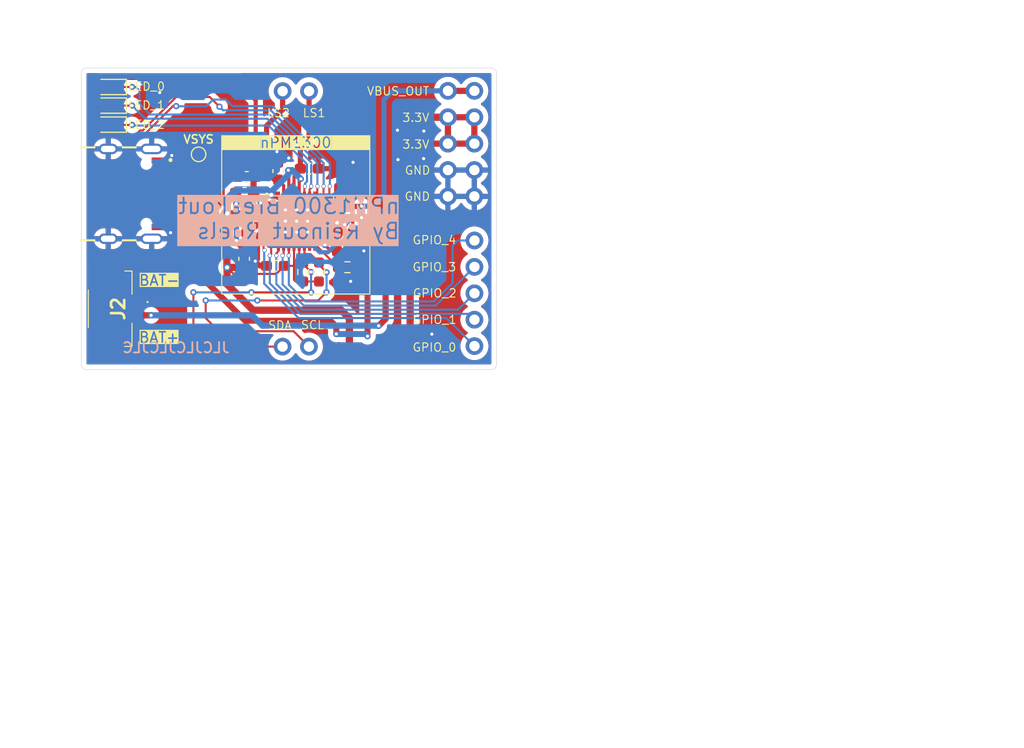
<source format=kicad_pcb>
(kicad_pcb (version 20240108) (generator "pcbnew") (generator_version "8.0")
  (layers (0 "F.Cu" signal) (31 "B.Cu" signal) (34 "B.Paste" user) (35 "F.Paste" user) (36 "B.SilkS" user "B.Silkscreen") (37 "F.SilkS" user "F.Silkscreen") (38 "B.Mask" user) (39 "F.Mask" user) (44 "Edge.Cuts" user))
  (net 0 "")
  (net 1 "GND")
  (net 2 "VBUS")
  (net 3 "BAT+")
  (net 4 "+3.3V")
  (net 5 "PVSS2")
  (net 6 "VBUSOUT")
  (net 7 "LS2")
  (net 8 "LS1")
  (net 9 "VSYS")
  (net 10 "LED0")
  (net 11 "LED1")
  (net 12 "LED2")
  (net 13 "GPIO0")
  (net 14 "GPIO4")
  (net 15 "GPIO1")
  (net 16 "GPIO3")
  (net 17 "GPIO2")
  (net 18 "SDA")
  (net 19 "SCL")
  (net 20 "Net-(IC1-SW2)")
  (net 21 "Net-(IC1-VSET2)")
  (net 23 "USB_CC2")
  (net 25 "USB_CC1")
  (footprint "Resistor_SMD:R_0603_1608Metric_Pad0.98x0.95mm_HandSolder" (layer "F.Cu") (at 117.47 79.3625 90)
    (property "Reference" "R2" (hide yes))
    (property "Value" "10K" (hide yes))
  )
  (footprint "Connector_PinHeader_2.54mm:PinHeader_2x05_P2.54mm_Vertical" (layer "F.Cu") (at 131.39 61.93)
    (property "Reference" "J5" (hide yes))
    (property "Value" "Conn_01x03" (hide yes))
  )
  (footprint "NetTie:NetTie-2_SMD_Pad0.5mm" (layer "F.Cu") (at 113.06 77 90)
    (property "Reference" "NT1" (hide yes))
    (property "Value" "NetTie_2" (hide yes))
  )
  (footprint "LED_SMD:LED_0603_1608Metric_Pad1.05x0.95mm_HandSolder" (layer "F.Cu") (at 98.7925 65.18 180)
    (property "Reference" "D6" (hide yes))
    (property "Value" "LED" (hide yes))
  )
  (footprint "Capacitor_SMD:C_0603_1608Metric_Pad1.08x0.95mm_HandSolder" (layer "F.Cu") (at 120.71 76.47 -90)
    (property "Reference" "C2" (hide yes))
    (property "Value" "2.2uF" (hide yes))
  )
  (footprint "LED_SMD:LED_0603_1608Metric_Pad1.05x0.95mm_HandSolder" (layer "F.Cu") (at 98.795 63.35 180)
    (property "Reference" "D5" (hide yes))
    (property "Value" "LED" (hide yes))
  )
  (footprint "Inductor_SMD:L_0805_2012Metric_Pad1.05x1.20mm_HandSolder" (layer "F.Cu") (at 112.12 74.46 -90)
    (property "Reference" "L1" (hide yes))
    (property "Value" "2.2uH" (hide yes))
  )
  (footprint "TestPoint:TestPoint_Pad_D1.0mm" (layer "F.Cu") (at 107.4 68.04)
    (property "Reference" "VSYS")
    (property "Value" "TestPoint" (hide yes))
  )
  (footprint "Capacitor_SMD:C_0603_1608Metric_Pad1.08x0.95mm_HandSolder" (layer "F.Cu") (at 118.0525 69.42 180)
    (property "Reference" "C6" (hide yes))
    (property "Value" "1uF" (hide yes))
  )
  (footprint "nPM1300:QFN50P500X500X90-33N" (layer "F.Cu") (at 116.83 74.47)
    (property "Reference" "IC1" (hide yes))
    (property "Value" "NPM1300-QEAA-R" (hide yes))
  )
  (footprint "Capacitor_SMD:C_0603_1608Metric_Pad1.08x0.95mm_HandSolder" (layer "F.Cu") (at 115.06 69.6525 90)
    (property "Reference" "C5" (hide yes))
    (property "Value" "1uF" (hide yes))
  )
  (footprint "Connector_PinHeader_2.54mm:PinHeader_1x02_P2.54mm_Vertical" (layer "F.Cu") (at 115.47525 86.54 90)
    (property "Reference" "J6" (hide yes))
    (property "Value" "Conn_01x02" (hide yes))
  )
  (footprint "Capacitor_SMD:C_0603_1608Metric_Pad1.08x0.95mm_HandSolder" (layer "F.Cu") (at 111.82 71.74)
    (property "Reference" "C8" (hide yes))
    (property "Value" "10uF" (hide yes))
  )
  (footprint "Resistor_SMD:R_0603_1608Metric_Pad0.98x0.95mm_HandSolder" (layer "F.Cu") (at 121.7225 78.9)
    (property "Reference" "R1" (hide yes))
    (property "Value" "300K" (hide yes))
  )
  (footprint "Resistor_SMD:R_0603_1608Metric_Pad0.98x0.95mm_HandSolder" (layer "F.Cu") (at 118.98 79.3625 90)
    (property "Reference" "R3" (hide yes))
    (property "Value" "10K" (hide yes))
  )
  (footprint "53261-0271:532610271" (layer "F.Cu") (at 99.09 82.895 90)
    (property "Reference" "J2")
    (property "Value" "53261-0271" (hide yes))
  )
  (footprint "Capacitor_SMD:C_0603_1608Metric_Pad1.08x0.95mm_HandSolder" (layer "F.Cu") (at 111.78 78.09 90)
    (property "Reference" "C3" (hide yes))
    (property "Value" "10uF" (hide yes))
  )
  (footprint "Capacitor_SMD:C_0603_1608Metric_Pad1.08x0.95mm_HandSolder" (layer "F.Cu") (at 122.23 76.4725 -90)
    (property "Reference" "C1" (hide yes))
    (property "Value" "1uF" (hide yes))
  )
  (footprint "Connector_PinHeader_2.54mm:PinHeader_1x02_P2.54mm_Vertical" (layer "F.Cu") (at 118.02525 61.96 -90)
    (property "Reference" "J4" (hide yes))
    (property "Value" "Conn_01x02" (hide yes))
  )
  (footprint "LED_SMD:LED_0603_1608Metric_Pad1.05x0.95mm_HandSolder" (layer "F.Cu") (at 98.795 61.56 180)
    (property "Reference" "D4" (hide yes))
    (property "Value" "LED" (hide yes))
  )
  (footprint "Capacitor_SMD:C_0603_1608Metric_Pad1.08x0.95mm_HandSolder" (layer "F.Cu") (at 120.91 72.19 -90)
    (property "Reference" "C4" (hide yes))
    (property "Value" "1uF" (hide yes))
  )
  (footprint "Connector_PinHeader_2.54mm:PinHeader_1x05_P2.54mm_Vertical" (layer "F.Cu") (at 133.94 86.49 180)
    (property "Reference" "J3" (hide yes))
    (property "Value" "Conn_01x05" (hide yes))
  )
  (footprint "Capacitor_SMD:C_0603_1608Metric_Pad1.08x0.95mm_HandSolder" (layer "F.Cu") (at 114.78 78.77 180)
    (property "Reference" "C9" (hide yes))
    (property "Value" "100nF" (hide yes))
  )
  (footprint "USB4105-GF-A:GCT_USB4105-GF-A" (layer "F.Cu") (at 98.7 71.84 -90)
    (property "Reference" "J1" (hide yes))
    (property "Value" "USB4105-GF-A" (hide yes))
  )
  (footprint "Capacitor_SMD:C_0603_1608Metric_Pad1.08x0.95mm_HandSolder" (layer "F.Cu") (at 112.03 70.21 180)
    (property "Reference" "C7" (hide yes))
    (property "Value" "10uF" (hide yes))
  )
  (gr_poly (pts (xy 114.94 72.36) (xy 114.41174 72.286337) (xy 114.414223 71.592213) (xy 114.94 71.62)) (stroke (width 0.001)) (fill solid) (layer "F.Cu") (net 4))
  (gr_poly (pts (xy 118.880176 76.368998) (xy 118.82 76.34) (xy 118.81 76.33) (xy 118.88 76.35)) (stroke (width 0.002)) (fill solid) (layer "F.Cu") (net 1))
  (gr_poly (pts (xy 121.17 75.97) (xy 121.63 75.04) (xy 121.62 74.62) (xy 121.24 74.63) (xy 121.18 74.86) (xy 120.8 75.11)) (stroke (width 0.001)) (fill solid) (layer "F.Cu") (net 3))
  (gr_poly (pts (xy 113.511294 74.367374) (xy 113.18 74.36) (xy 113.12 74.21) (xy 113.12 74.01) (xy 113.52 74.16)) (stroke (width 0.002)) (fill solid) (layer "F.Cu") (net 9))
  (gr_poly (pts (xy 114.81 72.34) (xy 114.93 72.42) (xy 114.93 72.35)) (stroke (width 0.001)) (fill solid) (layer "F.Cu") (net 4))
  (gr_poly (pts (xy 113.488992 74.367374) (xy 114.00936 74.368096) (xy 113.999331 74.072453) (xy 113.974168 74.071773) (xy 113.76 74.07) (xy 113.56 73.73)) (stroke (width 0.002)) (fill solid) (layer "F.Cu") (net 9))
  (gr_poly (pts (xy 118.89385 76.365322) (xy 119.67 76.36) (xy 119.67 75.58) (xy 118.58 75.58) (xy 118.58 76.25)) (stroke (width 0.002)) (fill solid) (layer "F.Cu") (net 1))
  (gr_poly (pts (xy 120.029189 75.071891) (xy 120.479285 75.071304) (xy 120.24 75.76) (xy 119.76 75.37)) (stroke (width 0.001)) (fill solid) (layer "F.Cu") (net 3))
  (gr_poly (pts (xy 113.53 74.86) (xy 112.67 75.45) (xy 111.7 75.11) (xy 112.62 74.57) (xy 113.56 74.58)) (stroke (width 0.001)) (fill solid) (layer "F.Cu") (net 20))
  (gr_poly (pts (xy 113.31 76.5) (xy 113.3 75.86) (xy 113.78 75.36) (xy 113.714964 75.075155) (xy 113.68 75.078239) (xy 112.99 75.59) (xy 112.9 76.05) (xy 112.81 76.5)) (stroke (width 0.001)) (fill solid) (layer "F.Cu") (net 5))
  (gr_poly (pts (xy 112.70728 76.287459) (xy 112.91 76.1) (xy 112.89 76.28)) (stroke (width 0.001)) (fill solid) (layer "F.Cu") (net 5))
  (gr_rect (start 120.155 66.2) (end 123.925 67.58) (stroke (width 0.001)) (fill solid) (layer "F.SilkS"))
  (gr_rect (start 109.625 67.58) (end 123.875 81.48) (stroke (width 0.1)) (fill none) (layer "F.SilkS"))
  (gr_rect (start 109.575871 66.2) (end 113.38 67.58) (stroke (width 0.001)) (fill solid) (layer "F.SilkS"))
  (gr_arc (start 136.07 88.26) (mid 135.923553 88.613553) (end 135.57 88.76) (stroke (width 0.05)) (layer "Edge.Cuts"))
  (gr_line (start 96.11 88.26) (end 96.11 60.23) (stroke (width 0.05)) (layer "Edge.Cuts"))
  (gr_line (start 96.61 59.73) (end 135.57 59.73) (stroke (width 0.05)) (layer "Edge.Cuts"))
  (gr_line (start 136.07 60.23) (end 136.07 88.26) (stroke (width 0.05)) (layer "Edge.Cuts"))
  (gr_arc (start 96.11 60.23) (mid 96.256447 59.876447) (end 96.61 59.73) (stroke (width 0.05)) (layer "Edge.Cuts"))
  (gr_arc (start 135.57 59.73) (mid 135.923553 59.876447) (end 136.07 60.23) (stroke (width 0.05)) (layer "Edge.Cuts"))
  (gr_line (start 135.57 88.76) (end 96.61 88.76) (stroke (width 0.05)) (layer "Edge.Cuts"))
  (gr_arc (start 96.61 88.76) (mid 96.256447 88.613553) (end 96.11 88.26) (stroke (width 0.05)) (layer "Edge.Cuts"))
  (gr_text "nPM1300 Breakout\nBy Reinout Roels" (at 126.864107 76.308396 0) (layer "B.SilkS" knockout) (effects (font (size 1.5 1.5) (thickness 0.1875)) (justify left bottom mirror)))
  (gr_text "JLCJLCJLCJLC" (at 110.48 87.23 0) (layer "B.SilkS") (effects (font (size 1 1) (thickness 0.17) (bold yes)) (justify left bottom mirror)))
  (gr_text "GPIO_1\n\n" (at 127.96 85.7 0) (layer "F.SilkS") (effects (font (size 0.8 0.8) (thickness 0.1)) (justify left bottom)))
  (gr_text "BAT+\n" (at 101.57 86.24 0) (layer "F.SilkS" knockout) (effects (font (size 1 1)) (justify left bottom)))
  (gr_text "LED_0" (at 100.55 61.98 0) (layer "F.SilkS") (effects (font (size 0.8 0.8) (thickness 0.1)) (justify left bottom)))
  (gr_text "BAT-\n" (at 101.58 80.75 0) (layer "F.SilkS" knockout) (effects (font (size 1 1)) (justify left bottom)))
  (gr_text "SCL" (at 117.19 84.93 0) (layer "F.SilkS") (effects (font (size 0.8 0.8) (thickness 0.1)) (justify left bottom)))
  (gr_text "GND" (at 127.16 72.56 0) (layer "F.SilkS") (effects (font (size 0.8 0.8) (thickness 0.1)) (justify left bottom)))
  (gr_text "SDA\n" (at 114.03 84.95 0) (layer "F.SilkS") (effects (font (size 0.8 0.8) (thickness 0.1)) (justify left bottom)))
  (gr_text "GPIO_2\n\n\n" (at 127.96 84.45 0) (layer "F.SilkS") (effects (font (size 0.8 0.8) (thickness 0.1)) (justify left bottom)))
  (gr_text "GPIO_0\n" (at 127.93 87.08 0) (layer "F.SilkS") (effects (font (size 0.8 0.8) (thickness 0.1)) (justify left bottom)))
  (gr_text "GPIO_3\n\n\n" (at 127.92 81.93 0) (layer "F.SilkS") (effects (font (size 0.8 0.8) (thickness 0.1)) (justify left bottom)))
  (gr_text "LS2\n" (at 113.93 64.53 0) (layer "F.SilkS") (effects (font (size 0.8 0.8) (thickness 0.1)) (justify left bottom)))
  (gr_text "LS1\n" (at 117.36 64.53 0) (layer "F.SilkS") (effects (font (size 0.8 0.8) (thickness 0.1)) (justify left bottom)))
  (gr_text "nPM1300" (at 113.233929 67.5 0) (layer "F.SilkS" knockout) (effects (font (size 1 1) (thickness 0.125)) (justify left bottom)))
  (gr_text "3.3V" (at 126.94 67.55 0) (layer "F.SilkS") (effects (font (size 0.8 0.8) (thickness 0.1)) (justify left bottom)))
  (gr_text "3.3V" (at 126.94 64.98 0) (layer "F.SilkS") (effects (font (size 0.8 0.8) (thickness 0.1)) (justify left bottom)))
  (gr_text "VBUS_OUT" (at 123.54 62.43 0) (layer "F.SilkS") (effects (font (size 0.8 0.8) (thickness 0.1)) (justify left bottom)))
  (gr_text "LED_1" (at 100.55 63.79 0) (layer "F.SilkS") (effects (font (size 0.8 0.8) (thickness 0.1)) (justify left bottom)))
  (gr_text "GPIO_4\n\n" (at 127.93 78.04 0) (layer "F.SilkS") (effects (font (size 0.8 0.8) (thickness 0.1)) (justify left bottom)))
  (gr_text "LED_2" (at 100.55 65.65 0) (layer "F.SilkS") (effects (font (size 0.8 0.8) (thickness 0.1)) (justify left bottom)))
  (gr_text "GND" (at 127.18 70.05 0) (layer "F.SilkS") (effects (font (size 0.8 0.8) (thickness 0.1)) (justify left bottom)))
  (segment (start 112.85 78.32) (end 112.77 78.4) (width 0.2) (layer "F.Cu") (net 1))
  (segment (start 114.38 73.22) (end 115.58 73.22) (width 0.3) (layer "F.Cu") (net 1))
  (segment (start 115.06 68.79) (end 115.68 68.79) (width 0.2) (layer "F.Cu") (net 1))
  (segment (start 113.06 77.5) (end 113.06 78.11) (width 0.5) (layer "F.Cu") (net 1))
  (segment (start 113.06 78.11) (end 112.85 78.32) (width 0.5) (layer "F.Cu") (net 1))
  (segment (start 115.68 68.79) (end 116.07 68.4) (width 0.2) (layer "F.Cu") (net 1))
  (segment (start 113.3 78.77) (end 112.85 78.32) (width 0.5) (layer "F.Cu") (net 1))
  (segment (start 119.55 76.41) (end 119.55 76.76) (width 0.3) (layer "F.Cu") (net 1))
  (segment (start 119.28 76.22) (end 119.36 76.22) (width 0.2) (layer "F.Cu") (net 1))
  (segment (start 103.455 75.04) (end 104.16 75.04) (width 0.5) (layer "F.Cu") (net 1))
  (segment (start 122.635 78.9) (end 122.635 78.825) (width 0.2) (layer "F.Cu") (net 1))
  (segment (start 120.71 77.3325) (end 122.2275 77.3325) (width 0.5) (layer "F.Cu") (net 1))
  (segment (start 120.71 77.3325) (end 120.1225 77.3325) (width 0.3) (layer "F.Cu") (net 1))
  (segment (start 114.94 68.67) (end 115.06 68.79) (width 0.2) (layer "F.Cu") (net 1))
  (segment (start 123.295 77.335) (end 123.3 77.33) (width 0.2) (layer "F.Cu") (net 1))
  (segment (start 114.94 67.78) (end 114.94 68.67) (width 0.5) (layer "F.Cu") (net 1))
  (segment (start 120.1225 77.3325) (end 119.55 76.76) (width 0.3) (layer "F.Cu") (net 1))
  (segment (start 103.455 68.64) (end 104.33 68.64) (width 0.5) (layer "F.Cu") (net 1))
  (segment (start 120.73 77.5025) (end 120.94 77.5025) (width 0.2) (layer "F.Cu") (net 1))
  (segment (start 117.09 74.47) (end 116.83 74.47) (width 0.2) (layer "F.Cu") (net 1))
  (segment (start 122.23 77.335) (end 123.295 77.335) (width 0.5) (layer "F.Cu") (net 1))
  (segment (start 104.16 75.04) (end 104.7 75.58) (width 0.5) (layer "F.Cu") (net 1))
  (segment (start 113.9175 78.77) (end 113.3 78.77) (width 0.5) (layer "F.Cu") (net 1))
  (segment (start 119.36 76.22) (end 119.55 76.41) (width 0.2) (layer "F.Cu") (net 1))
  (segment (start 122.635 78.825) (end 123.295 78.165) (width 0.2) (layer "F.Cu") (net 1))
  (segment (start 122.2275 77.3325) (end 122.23 77.335) (width 0.3) (layer "F.Cu") (net 1))
  (segment (start 104.33 68.64) (end 104.82 68.15) (width 0.5) (layer "F.Cu") (net 1))
  (segment (start 123.295 78.165) (end 123.295 77.335) (width 0.2) (layer "F.Cu") (net 1))
  (via (at 129.84 85.34) (size 0.6) (drill 0.3) (layers "F.Cu" "B.Cu") (net 1))
  (via (at 117.89 73.39) (size 0.6) (drill 0.3) (layers "F.Cu" "B.Cu") (net 1))
  (via (at 122.26 68.81) (size 0.6) (drill 0.3) (layers "F.Cu" "B.Cu") (net 1))
  (via (at 122.03 80.26) (size 0.6) (drill 0.3) (layers "F.Cu" "B.Cu") (net 1))
  (via (at 104.82 68.15) (size 0.6) (drill 0.3) (layers "F.Cu" "B.Cu") (net 1))
  (via (at 129.05 68.45) (size 0.6) (drill 0.3) (layers "F.Cu" "B.Cu") (net 1))
  (via (at 116.83 74.47) (size 0.6) (drill 0.3) (layers "F.Cu" "B.Cu") (net 1))
  (via (at 119.55 76.76) (size 0.6) (drill 0.3) (layers "F.Cu" "B.Cu") (net 1))
  (via (at 116.83 75.53) (size 0.6) (drill 0.3) (layers "F.Cu" "B.Cu") (net 1))
  (via (at 126.53 65.72) (size 0.6) (drill 0.3) (layers "F.Cu" "B.Cu") (net 1))
  (via (at 117.89 74.48) (size 0.6) (drill 0.3) (layers "F.Cu" "B.Cu") (net 1))
  (via (at 126.58 68.55) (size 0.6) (drill 0.3) (layers "F.Cu" "B.Cu") (net 1))
  (via (at 117.89 75.53) (size 0.6) (drill 0.3) (layers "F.Cu" "B.Cu") (net 1))
  (via (at 123.3 77.33) (size 0.6) (drill 0.3) (layers "F.Cu" "B.Cu") (net 1))
  (via (at 104.7 75.58) (size 0.6) (drill 0.3) (layers "F.Cu" "B.Cu") (net 1))
  (via (at 116.07 68.4) (size 0.6) (drill 0.3) (layers "F.Cu" "B.Cu") (net 1))
  (via (at 103.66 62.09) (size 0.6) (drill 0.3) (layers "F.Cu" "B.Cu") (net 1))
  (via (at 114.94 67.78) (size 0.6) (drill 0.3) (layers "F.Cu" "B.Cu") (net 1))
  (via (at 115.75 75.52) (size 0.6) (drill 0.3) (layers "F.Cu" "B.Cu") (net 1))
  (via (at 129.07 65.8) (size 0.6) (drill 0.3) (layers "F.Cu" "B.Cu") (net 1))
  (via (at 116.83 73.39) (size 0.6) (drill 0.3) (layers "F.Cu" "B.Cu") (net 1))
  (via (at 115.75 73.39) (size 0.6) (drill 0.3) (layers "F.Cu" "B.Cu") (net 1))
  (via (at 112.85 78.32) (size 0.6) (drill 0.3) (layers "F.Cu" "B.Cu") (net 1))
  (via (at 115.75 74.47) (size 0.6) (drill 0.3) (layers "F.Cu" "B.Cu") (net 1))
  (segment (start 106.09 75.22) (end 105.11 74.24) (width 0.58) (layer "F.Cu") (net 2))
  (segment (start 119.28 74.22) (end 120.273502 74.22) (width 0.3) (layer "F.Cu") (net 2))
  (segment (start 123.65 85.54) (end 123.65 81.51) (width 0.58) (layer "F.Cu") (net 2))
  (segment (start 120.09 84.05) (end 111.88 84.05) (width 0.58) (layer "F.Cu") (net 2))
  (segment (start 120.65 85.33) (end 120.65 84.61) (width 0.58) (layer "F.Cu") (net 2))
  (segment (start 122.23 74.39) (end 122.23 75.61) (width 0.3) (layer "F.Cu") (net 2))
  (segment (start 124.11 81.05) (end 124.11 76.23) (width 0.58) (layer "F.Cu") (net 2))
  (segment (start 123.46 75.61) (end 122.23 75.61) (width 0.58) (layer "F.Cu") (net 2))
  (segment (start 106.09 70.59) (end 106.09 75.22) (width 0.58) (layer "F.Cu") (net 2))
  (segment (start 120.65 84.61) (end 120.09 84.05) (width 0.58) (layer "F.Cu") (net 2))
  (segment (start 105.11 74.24) (end 103.455 74.24) (width 0.58) (layer "F.Cu") (net 2))
  (segment (start 104.94 69.44) (end 106.09 70.59) (width 0.58) (layer "F.Cu") (net 2))
  (segment (start 120.273502 74.22) (end 120.553502 73.94) (width 0.3) (layer "F.Cu") (net 2))
  (segment (start 121.78 73.94) (end 122.23 74.39) (width 0.3) (layer "F.Cu") (net 2))
  (segment (start 123.65 81.51) (end 124.11 81.05) (width 0.58) (layer "F.Cu") (net 2))
  (segment (start 124.11 76.23) (end 124.08 76.23) (width 0.58) (layer "F.Cu") (net 2))
  (segment (start 111.88 84.05) (end 106.09 78.26) (width 0.58) (layer "F.Cu") (net 2))
  (segment (start 103.455 69.44) (end 104.94 69.44) (width 0.58) (layer "F.Cu") (net 2))
  (segment (start 106.09 78.26) (end 106.09 78.08) (width 0.58) (layer "F.Cu") (net 2))
  (segment (start 124.08 76.23) (end 123.46 75.61) (width 0.58) (layer "F.Cu") (net 2))
  (segment (start 120.553502 73.94) (end 121.78 73.94) (width 0.3) (layer "F.Cu") (net 2))
  (segment (start 106.09 75.22) (end 106.09 78.08) (width 0.58) (layer "F.Cu") (net 2))
  (via (at 120.65 85.33) (size 0.6) (drill 0.3) (layers "F.Cu" "B.Cu") (net 2))
  (via (at 123.65 85.54) (size 0.6) (drill 0.3) (layers "F.Cu" "B.Cu") (net 2))
  (segment (start 120.65 85.33) (end 123.44 85.33) (width 0.58) (layer "B.Cu") (net 2))
  (segment (start 123.44 85.33) (end 123.65 85.54) (width 0.58) (layer "B.Cu") (net 2))
  (segment (start 125.39 74.51) (end 125.01 74.13) (width 0.6) (layer "F.Cu") (net 3))
  (segment (start 121.451664 74.802036) (end 121.451664 74.968336) (width 0.2) (layer "F.Cu") (net 3))
  (segment (start 120.09 75.22) (end 120.4775 75.6075) (width 0.3) (layer "F.Cu") (net 3))
  (segment (start 125.39 83.87) (end 125.39 74.51) (width 0.6) (layer "F.Cu") (net 3))
  (segment (start 124.72 84.54) (end 125.39 83.87) (width 0.6) (layer "F.Cu") (net 3))
  (segment (start 125.01 74.13) (end 123.08 74.13) (width 0.6) (layer "F.Cu") (net 3))
  (segment (start 121.451664 74.802036) (end 121.447964 74.802036) (width 0.2) (layer "F.Cu") (net 3))
  (segment (start 120.8125 75.6075) (end 120.71 75.6075) (width 0.2) (layer "F.Cu") (net 3))
  (segment (start 120.71 75.6075) (end 120.71 75.55) (width 0.2) (layer "F.Cu") (net 3))
  (segment (start 121.447964 74.802036) (end 121.32 74.93) (width 0.2) (layer "F.Cu") (net 3))
  (segment (start 119.28 75.22) (end 120.09 75.22) (width 0.3) (layer "F.Cu") (net 3))
  (segment (start 102.83 83.53) (end 101.4 83.53) (width 0.6) (layer "F.Cu") (net 3))
  (segment (start 101.4 83.53) (end 101.39 83.52) (width 0.2) (layer "F.Cu") (net 3))
  (segment (start 121.451664 74.802036) (end 121.451664 74.808336) (width 0.2) (layer "F.Cu") (net 3))
  (segment (start 120.4775 75.6075) (end 120.71 75.6075) (width 0.3) (layer "F.Cu") (net 3))
  (via (at 121.451664 74.802036) (size 0.6) (drill 0.3) (layers "F.Cu" "B.Cu") (net 3))
  (via (at 124.72 84.54) (size 0.6) (drill 0.3) (layers "F.Cu" "B.Cu") (net 3))
  (via (at 123.08 74.13) (size 0.6) (drill 0.3) (layers "F.Cu" "B.Cu") (net 3))
  (via (at 102.83 83.53) (size 0.6) (drill 0.3) (layers "F.Cu" "B.Cu") (net 3))
  (segment (start 124.7 84.52) (end 124.72 84.54) (width 0.6) (layer "B.Cu") (net 3))
  (segment (start 121.451664 74.802036) (end 121.451664 74.798336) (width 0.2) (layer "B.Cu") (net 3))
  (segment (start 102.83 83.53) (end 112.55 83.53) (width 0.6) (layer "B.Cu") (net 3))
  (segment (start 112.55 83.53) (end 113.54 84.52) (width 0.6) (layer "B.Cu") (net 3))
  (segment (start 122.12 74.13) (end 121.451664 74.798336) (width 0.5) (layer "B.Cu") (net 3))
  (segment (start 123.08 74.13) (end 122.12 74.13) (width 0.5) (layer "B.Cu") (net 3))
  (segment (start 113.54 84.52) (end 124.7 84.52) (width 0.6) (layer "B.Cu") (net 3))
  (segment (start 127.73 85.35) (end 127.75 85.35) (width 0.7) (layer "F.Cu") (net 4))
  (segment (start 117.08 72.02) (end 117.08 70.55) (width 0.3) (layer "F.Cu") (net 4))
  (segment (start 110.14 78.92) (end 111.7475 78.92) (width 0.7) (layer "F.Cu") (net 4))
  (segment (start 110.16 73.72) (end 110.16 74.88) (width 0.7) (layer "F.Cu") (net 4))
  (segment (start 131.39 67.01) (end 128.66 67.01) (width 0.6) (layer "F.Cu") (net 4))
  (segment (start 128.66 67.01) (end 127.75 67.92) (width 0.6) (layer "F.Cu") (net 4))
  (segment (start 121.91 86.32) (end 122.78 87.19) (width 0.7) (layer "F.Cu") (net 4))
  (segment (start 117.08 70.55) (end 117.23 70.4) (width 0.2) (layer "F.Cu") (net 4))
  (segment (start 111.22 80) (end 110.14 78.92) (width 0.2) (layer "F.Cu") (net 4))
  (segment (start 110.16 74.88) (end 110.12 74.92) (width 0.2) (layer "F.Cu") (net 4))
  (segment (start 127.75 67.92) (end 127.75 65.32) (width 0.7) (layer "F.Cu") (net 4))
  (segment (start 131.39 64.47) (end 133.93 64.47) (width 0.6) (layer "F.Cu") (net 4))
  (segment (start 110.14 80.54) (end 112.64 83.04) (width 0.7) (layer "F.Cu") (net 4))
  (segment (start 133.93 64.47) (end 133.93 67.01) (width 0.6) (layer "F.Cu") (net 4))
  (segment (start 121.91 83.82) (end 121.91 86.32) (width 0.7) (layer "F.Cu") (net 4))
  (segment (start 116.58 76.92) (end 116.58 78.74) (width 0.2) (layer "F.Cu") (net 4))
  (segment (start 118.98 80.275) (end 116.735 80.275) (width 0.2) (layer "F.Cu") (net 4))
  (segment (start 127.75 65.32) (end 128.62 64.45) (width 0.7) (layer "F.Cu") (net 4))
  (segment (start 116.08 72.02) (end 116.08 69.62) (width 0.3) (layer "F.Cu") (net 4))
  (segment (start 127.75 68.79) (end 127.75 67.92) (width 0.7) (layer "F.Cu") (net 4))
  (segment (start 128.62 64.45) (end 129.1 64.45) (width 0.7) (layer "F.Cu") (net 4))
  (segment (start 110.16 73.72) (end 111.6 73.72) (width 0.6) (layer "F.Cu") (net 4))
  (segment (start 116.55 78.77) (end 116.58 78.74) (width 0.2) (layer "F.Cu") (net 4))
  (segment (start 112.64 83.04) (end 121.13 83.04) (width 0.7) (layer "F.Cu") (net 4))
  (segment (start 110.12 78.9) (end 110.12 76.13) (width 0.7) (layer "F.Cu") (net 4))
  (segment (start 110.12 74.92) (end 110.12 76.13) (width 0.7) (layer "F.Cu") (net 4))
  (segment (start 116.08 69.62) (end 116.03 69.57) (width 0.3) (layer "F.Cu") (net 4))
  (segment (start 121.13 83.04) (end 121.91 83.82) (width 0.7) (layer "F.Cu") (net 4))
  (segment (start 111.6 73.72) (end 112.01 73.31) (width 0.6) (layer "F.Cu") (net 4))
  (segment (start 114.37 71.94) (end 114.97 71.94) (width 0.5) (layer "F.Cu") (net 4))
  (segment (start 115.6425 78.77) (end 116.55 78.77) (width 0.2) (layer "F.Cu") (net 4))
  (segment (start 131.39 64.47) (end 131.39 67.01) (width 0.6) (layer "F.Cu") (net 4))
  (segment (start 115.6425 78.77) (end 114.8675 79.545) (width 0.2) (layer "F.Cu") (net 4))
  (segment (start 111.7475 78.92) (end 111.78 78.9525) (width 0.7) (layer "F.Cu") (net 4))
  (segment (start 110.14 78.92) (end 110.14 80.54) (width 0.7) (layer "F.Cu") (net 4))
  (segment (start 127.75 85.35) (end 127.75 68.79) (width 0.7) (layer "F.Cu") (net 4))
  (segment (start 112.31 80) (end 111.22 80) (width 0.2) (layer "F.Cu") (net 4))
  (segment (start 131.39 67.01) (end 133.93 67.01) (width 0.6) (layer "F.Cu") (net 4))
  (segment (start 125.89 87.19) (end 127.73 85.35) (width 0.7) (layer "F.Cu") (net 4))
  (segment (start 129.12 64.47) (end 131.39 64.47) (width 0.7) (layer "F.Cu") (net 4))
  (segment (start 110.14 78.92) (end 110.12 78.9) (width 0.7) (layer "F.Cu") (net 4))
  (segment (start 122.78 87.19) (end 125.89 87.19) (width 0.7) (layer "F.Cu") (net 4))
  (segment (start 116.58 78.74) (end 116.58 80.12) (width 0.2) (layer "F.Cu") (net 4))
  (segment (start 116.735 80.275) (end 116.58 80.12) (width 0.2) (layer "F.Cu") (net 4))
  (segment (start 129.1 64.45) (end 129.12 64.47) (width 0.7) (layer "F.Cu") (net 4))
  (segment (start 114.8675 79.545) (end 112.765 79.545) (width 0.2) (layer "F.Cu") (net 4))
  (segment (start 112.765 79.545) (end 112.31 80) (width 0.2) (layer "F.Cu") (net 4))
  (via (at 116.03 69.57) (size 0.6) (drill 0.3) (layers "F.Cu" "B.Cu") (net 4))
  (via (at 117.23 70.4) (size 0.6) (drill 0.3) (layers "F.Cu" "B.Cu") (net 4))
  (via (at 110.16 73.72) (size 0.7) (drill 0.4) (layers "F.Cu" "B.Cu") (net 4))
  (via (at 110.14 78.92) (size 0.7) (drill 0.4) (layers "F.Cu" "B.Cu") (net 4))
  (via (at 114.4 71.94) (size 0.7) (drill 0.4) (layers "F.Cu" "B.Cu") (net 4))
  (segment (start 110.15 72.34) (end 110.15 73.71) (width 0.7) (layer "B.Cu") (net 4))
  (segment (start 114.4 71.63) (end 116.03 70) (width 0.6) (layer "B.Cu") (net 4))
  (segment (start 116.03 70) (end 116.03 69.57) (width 0.6) (layer "B.Cu") (net 4))
  (segment (start 114.4 71.94) (end 114.4 71.63) (width 0.7) (layer "B.Cu") (net 4))
  (segment (start 110.15 73.71) (end 110.16 73.72) (width 0.5) (layer "B.Cu") (net 4))
  (segment (start 116.4 69.57) (end 117.23 70.4) (width 0.6) (layer "B.Cu") (net 4))
  (segment (start 114.4 71.94) (end 113.93 71.47) (width 0.7) (layer "B.Cu") (net 4))
  (segment (start 113.93 71.47) (end 111.02 71.47) (width 0.7) (layer "B.Cu") (net 4))
  (segment (start 116.03 69.57) (end 116.4 69.57) (width 0.6) (layer "B.Cu") (net 4))
  (segment (start 111.02 71.47) (end 110.15 72.34) (width 0.7) (layer "B.Cu") (net 4))
  (segment (start 114.38 75.22) (end 113.91 75.22) (width 0.3) (layer "F.Cu") (net 5))
  (segment (start 111.02 71.8025) (end 110.9575 71.74) (width 0.5) (layer "F.Cu") (net 5))
  (segment (start 112.88 76.5) (end 112.1525 77.2275) (width 0.55) (layer "F.Cu") (net 5))
  (segment (start 111.02 72.77) (end 111.02 71.8025) (width 0.5) (layer "F.Cu") (net 5))
  (segment (start 111.04 76.33) (end 111.04 76.4875) (width 0.5) (layer "F.Cu") (net 5))
  (segment (start 114.38 75.22) (end 113.733604 75.22) (width 0.3) (layer "F.Cu") (net 5))
  (segment (start 112.1525 77.2275) (end 111.78 77.2275) (width 0.2) (layer "F.Cu") (net 5))
  (segment (start 111.04 76.4875) (end 111.78 77.2275) (width 0.5) (layer "F.Cu") (net 5))
  (via (at 111.02 72.77) (size 0.6) (drill 0.3) (layers "F.Cu" "B.Cu") (net 5))
  (via (at 111.04 76.33) (size 0.6) (drill 0.3) (layers "F.Cu" "B.Cu") (net 5))
  (segment (start 111.04 76.33) (end 111.04 72.79) (width 0.5) (layer "B.Cu") (net 5))
  (segment (start 111.04 72.79) (end 111.02 72.77) (width 0.5) (layer "B.Cu") (net 5))
  (segment (start 120.066396 73.72) (end 120.733896 73.0525) (width 0.3) (layer "F.Cu") (net 6))
  (segment (start 119.28 73.72) (end 120.066396 73.72) (width 0.3) (layer "F.Cu") (net 6))
  (segment (start 120.733896 73.0525) (end 120.91 73.0525) (width 0.3) (layer "F.Cu") (net 6))
  (segment (start 131.39 61.93) (end 133.93 61.93) (width 0.6) (layer "F.Cu") (net 6))
  (segment (start 123.0575 73.0525) (end 120.91 73.0525) (width 0.5) (layer "F.Cu") (net 6))
  (segment (start 123.08 73.03) (end 123.0575 73.0525) (width 0.5) (layer "F.Cu") (net 6))
  (via (at 123.08 73.03) (size 0.6) (drill 0.3) (layers "F.Cu" "B.Cu") (net 6))
  (segment (start 123.08 73.03) (end 124.21 73.03) (width 0.5) (layer "B.Cu") (net 6))
  (segment (start 125.23 72.01) (end 125.23 62.75) (width 0.5) (layer "B.Cu") (net 6))
  (segment (start 126.05 61.93) (end 131.39 61.93) (width 0.5) (layer "B.Cu") (net 6))
  (segment (start 124.21 73.03) (end 125.23 72.01) (width 0.5) (layer "B.Cu") (net 6))
  (segment (start 125.23 62.75) (end 126.05 61.93) (width 0.5) (layer "B.Cu") (net 6))
  (segment (start 115.58 72.02) (end 115.58 71.035) (width 0.3) (layer "F.Cu") (net 7))
  (segment (start 114.725 70.515) (end 113.94 69.73) (width 0.5) (layer "F.Cu") (net 7))
  (segment (start 113.94 65.29) (end 115.48525 63.74475) (width 0.5) (layer "F.Cu") (net 7))
  (segment (start 115.06 70.515) (end 114.725 70.515) (width 0.3) (layer "F.Cu") (net 7))
  (segment (start 115.48525 63.74475) (end 115.48525 61.96) (width 0.5) (layer "F.Cu") (net 7))
  (segment (start 113.94 69.73) (end 113.94 65.29) (width 0.5) (layer "F.Cu") (net 7))
  (segment (start 115.58 71.035) (end 115.06 70.515) (width 0.3) (layer "F.Cu") (net 7))
  (segment (start 118.04 66.52) (end 118.02525 66.50525) (width 0.3) (layer "F.Cu") (net 8))
  (segment (start 117.19 67.37) (end 118.04 66.52) (width 0.5) (layer "F.Cu") (net 8))
  (segment (start 118.02525 66.50525) (end 118.02525 61.96) (width 0.5) (layer "F.Cu") (net 8))
  (segment (start 117.19 69.42) (end 117.19 67.37) (width 0.5) (layer "F.Cu") (net 8))
  (segment (start 116.58 72.02) (end 116.58 70.03) (width 0.3) (layer "F.Cu") (net 8))
  (segment (start 116.58 70.03) (end 117.19 69.42) (width 0.3) (layer "F.Cu") (net 8))
  (segment (start 111.8625 68.04) (end 107.4 68.04) (width 0.2) (layer "F.Cu") (net 9))
  (segment (start 113.37 72.73) (end 113.37 74.02) (width 0.5) (layer "F.Cu") (net 9))
  (segment (start 97.92 61.27) (end 97.92 61.56) (width 0.4) (layer "F.Cu") (net 9))
  (segment (start 113.36 72.4175) (end 113.36 72.72) (width 0.6) (layer "F.Cu") (net 9))
  (segment (start 112.8925 70.21) (end 112.8925 69.07) (width 0.4) (layer "F.Cu") (net 9))
  (segment (start 120.622029 74.72) (end 120.722029 74.62) (width 0.3) (layer "F.Cu") (net 9))
  (segment (start 97.92 65.1775) (end 97.9175 65.18) (width 0.4) (layer "F.Cu") (net 9))
  (segment (start 112.8925 69.07) (end 111.8625 68.04) (width 0.2) (layer "F.Cu") (net 9))
  (segment (start 98.505 60.685) (end 97.92 61.27) (width 0.4) (layer "F.Cu") (net 9))
  (segment (start 113.36 72.4175) (end 112.6825 71.74) (width 0.6) (layer "F.Cu") (net 9))
  (segment (start 114.38 72.72) (end 113.36 72.72) (width 0.3) (layer "F.Cu") (net 9))
  (segment (start 97.92 61.56) (end 97.92 65.1775) (width 0.4) (layer "F.Cu") (net 9))
  (segment (start 112.6825 71.74) (end 112.6825 70.42) (width 0.6) (layer "F.Cu") (net 9))
  (segment (start 112.8925 69.07) (end 112.8925 62.8325) (width 0.4) (layer "F.Cu") (net 9))
  (segment (start 110.745 60.685) (end 98.505 60.685) (width 0.4) (layer "F.Cu") (net 9))
  (segment (start 119.28 74.72) (end 120.622029 74.72) (width 0.3) (layer "F.Cu") (net 9))
  (segment (start 112.6825 70.42) (end 112.8925 70.21) (width 0.6) (layer "F.Cu") (net 9))
  (segment (start 113.36 72.72) (end 113.37 72.73) (width 0.2) (layer "F.Cu") (net 9))
  (segment (start 112.8925 62.8325) (end 110.745 60.685) (width 0.4) (layer "F.Cu") (net 9))
  (via (at 113.37 72.73) (size 0.6) (drill 0.3) (layers "F.Cu" "B.Cu") (net 9))
  (via (at 120.722029 74.62) (size 0.5) (drill 0.35) (layers "F.Cu" "B.Cu") (net 9))
  (segment (start 113.35 72.75) (end 113.35 76.01) (width 0.4) (layer "B.Cu") (net 9))
  (segment (start 113.37 72.73) (end 113.35 72.75) (width 0.4) (layer "B.Cu") (net 9))
  (segment (start 119.05 77.46) (end 119.83995 77.46) (width 0.4) (layer "B.Cu") (net 9))
  (segment (start 119.83995 77.46) (end 120.722029 76.577921) (width 0.4) (layer "B.Cu") (net 9))
  (segment (start 120.722029 76.577921) (end 120.722029 74.62) (width 0.4) (layer "B.Cu") (net 9))
  (segment (start 114.2 76.86) (end 118.45 76.86) (width 0.4) (layer "B.Cu") (net 9))
  (segment (start 113.35 76.01) (end 114.2 76.86) (width 0.4) (layer "B.Cu") (net 9))
  (segment (start 118.45 76.86) (end 119.05 77.46) (width 0.4) (layer "B.Cu") (net 9))
  (segment (start 101 61.56) (end 99.67 61.56) (width 0.2) (layer "F.Cu") (net 10))
  (segment (start 118.819994 71.12) (end 118.819994 71.780006) (width 0.2) (layer "F.Cu") (net 10))
  (segment (start 118.819994 71.780006) (end 118.58 72.02) (width 0.2) (layer "F.Cu") (net 10))
  (via (at 101 61.56) (size 0.6) (drill 0.3) (layers "F.Cu" "B.Cu") (net 10))
  (via (at 118.83 71.12) (size 0.4) (drill 0.3) (layers "F.Cu" "B.Cu") (net 10))
  (segment (start 118.83 68.848629) (end 118.63 68.648628) (width 0.2) (layer "B.Cu") (net 10))
  (segment (start 101.35 61.56) (end 101 61.56) (width 0.2) (layer "B.Cu") (net 10))
  (segment (start 101.71 61.92) (end 101.35 61.56) (width 0.2) (layer "B.Cu") (net 10))
  (segment (start 118.63 68.648628) (end 114.191372 64.21) (width 0.2) (layer "B.Cu") (net 10))
  (segment (start 118.83 71.12) (end 118.83 68.848629) (width 0.2) (layer "B.Cu") (net 10))
  (segment (start 102.75 64.21) (end 101.71 63.17) (width 0.2) (layer "B.Cu") (net 10))
  (segment (start 114.191372 64.21) (end 102.75 64.21) (width 0.2) (layer "B.Cu") (net 10))
  (segment (start 101.71 63.17) (end 101.71 61.92) (width 0.2) (layer "B.Cu") (net 10))
  (segment (start 118.08 72.02) (end 118.08 71.42) (width 0.2) (layer "F.Cu") (net 11))
  (segment (start 118.08 71.42) (end 118.219991 71.280009) (width 0.2) (layer "F.Cu") (net 11))
  (segment (start 101 63.35) (end 99.67 63.35) (width 0.2) (layer "F.Cu") (net 11))
  (segment (start 118.219991 71.280009) (end 118.219991 71.12) (width 0.2) (layer "F.Cu") (net 11))
  (via (at 101 63.35) (size 0.6) (drill 0.3) (layers "F.Cu" "B.Cu") (net 11))
  (via (at 118.23 71.12) (size 0.4) (drill 0.3) (layers "F.Cu" "B.Cu") (net 11))
  (segment (start 118.23 68.814314) (end 114.025686 64.61) (width 0.2) (layer "B.Cu") (net 11))
  (segment (start 118.23 71.12) (end 118.23 68.814314) (width 0.2) (layer "B.Cu") (net 11))
  (segment (start 114.025686 64.61) (end 102.26 64.61) (width 0.2) (layer "B.Cu") (net 11))
  (segment (start 102.26 64.61) (end 101 63.35) (width 0.2) (layer "B.Cu") (net 11))
  (segment (start 99.6975 65.21) (end 99.6675 65.18) (width 0.2) (layer "F.Cu") (net 12))
  (segment (start 101 65.21) (end 99.6975 65.21) (width 0.2) (layer "F.Cu") (net 12))
  (segment (start 117.619988 71.12) (end 117.58 71.159988) (width 0.2) (layer "F.Cu") (net 12))
  (segment (start 117.58 71.159988) (end 117.58 72.02) (width 0.2) (layer "F.Cu") (net 12))
  (via (at 117.63 71.12) (size 0.4) (drill 0.3) (layers "F.Cu" "B.Cu") (net 12))
  (via (at 101 65.21) (size 0.6) (drill 0.3) (layers "F.Cu" "B.Cu") (net 12))
  (segment (start 114.12 65.27) (end 101.06 65.27) (width 0.2) (layer "B.Cu") (net 12))
  (segment (start 117.63 71.12) (end 117.63 70.848529) (width 0.2) (layer "B.Cu") (net 12))
  (segment (start 117.83 70.648529) (end 117.83 68.98) (width 0.2) (layer "B.Cu") (net 12))
  (segment (start 117.63 70.848529) (end 117.83 70.648529) (width 0.2) (layer "B.Cu") (net 12))
  (segment (start 117.83 68.98) (end 114.12 65.27) (width 0.2) (layer "B.Cu") (net 12))
  (segment (start 101.06 65.27) (end 101 65.21) (width 0.2) (layer "B.Cu") (net 12))
  (segment (start 113.65 75.96) (end 113.89 75.72) (width 0.2) (layer "F.Cu") (net 13))
  (segment (start 113.89 75.72) (end 114.38 75.72) (width 0.2) (layer "F.Cu") (net 13))
  (segment (start 113.65 75.96) (end 113.65 77.17) (width 0.2) (layer "F.Cu") (net 13))
  (segment (start 113.65 77.17) (end 113.75 77.27) (width 0.2) (layer "F.Cu") (net 13))
  (via (at 113.75 77.27) (size 0.4) (drill 0.3) (layers "F.Cu" "B.Cu") (net 13))
  (segment (start 113.71 77.31) (end 113.75 77.27) (width 0.2) (layer "B.Cu") (net 13))
  (segment (start 113.71 80.482742) (end 113.71 77.31) (width 0.2) (layer "B.Cu") (net 13))
  (segment (start 117.017258 83.79) (end 113.71 80.482742) (width 0.2) (layer "B.Cu") (net 13))
  (segment (start 133.94 86.49) (end 131.24 83.79) (width 0.2) (layer "B.Cu") (net 13))
  (segment (start 131.24 83.79) (end 117.017258 83.79) (width 0.2) (layer "B.Cu") (net 13))
  (segment (start 116.08 76.92) (end 116.08 77.78) (width 0.2) (layer "F.Cu") (net 14))
  (via (at 116.08 77.78) (size 0.4) (drill 0.3) (layers "F.Cu" "B.Cu") (net 14))
  (segment (start 132.33 76.33) (end 133.94 76.33) (width 0.2) (layer "B.Cu") (net 14))
  (segment (start 116.08 77.78) (end 116.08 80.59) (width 0.2) (layer "B.Cu") (net 14))
  (segment (start 131.84 76.82) (end 132.33 76.33) (width 0.2) (layer "B.Cu") (net 14))
  (segment (start 117.68 82.19) (end 130.044314 82.19) (width 0.2) (layer "B.Cu") (net 14))
  (segment (start 131.84 80.394314) (end 131.84 76.82) (width 0.2) (layer "B.Cu") (net 14))
  (segment (start 116.08 80.59) (end 117.68 82.19) (width 0.2) (layer "B.Cu") (net 14))
  (segment (start 130.044314 82.19) (end 131.84 80.394314) (width 0.2) (layer "B.Cu") (net 14))
  (segment (start 114.25 77.774364) (end 114.38 77.644364) (width 0.2) (layer "F.Cu") (net 15))
  (segment (start 114.38 77.644364) (end 114.38 76.22) (width 0.2) (layer "F.Cu") (net 15))
  (via (at 114.25 77.774364) (size 0.4) (drill 0.3) (layers "F.Cu" "B.Cu") (net 15))
  (segment (start 114.25 80.457056) (end 117.182944 83.39) (width 0.2) (layer "B.Cu") (net 15))
  (segment (start 133.38 83.39) (end 133.94 83.95) (width 0.2) (layer "B.Cu") (net 15))
  (segment (start 117.182944 83.39) (end 133.38 83.39) (width 0.2) (layer "B.Cu") (net 15))
  (segment (start 114.25 77.774364) (end 114.25 80.457056) (width 0.2) (layer "B.Cu") (net 15))
  (segment (start 115.58 77.68) (end 115.48 77.78) (width 0.2) (layer "F.Cu") (net 16))
  (segment (start 115.58 76.92) (end 115.58 77.68) (width 0.2) (layer "F.Cu") (net 16))
  (segment (start 115.48 77.78) (end 115.529997 77.78) (width 0.2) (layer "F.Cu") (net 16))
  (via (at 115.48 77.78) (size 0.4) (drill 0.3) (layers "F.Cu" "B.Cu") (net 16))
  (segment (start 115.48 80.555686) (end 117.514314 82.59) (width 0.2) (layer "B.Cu") (net 16))
  (segment (start 133.93 78.87) (end 133.94 78.87) (width 0.2) (layer "B.Cu") (net 16))
  (segment (start 117.514314 82.59) (end 130.21 82.59) (width 0.2) (layer "B.Cu") (net 16))
  (segment (start 115.48 77.78) (end 115.48 80.555686) (width 0.2) (layer "B.Cu") (net 16))
  (segment (start 130.21 82.59) (end 133.93 78.87) (width 0.2) (layer "B.Cu") (net 16))
  (segment (start 114.88 77.56) (end 114.88 77.78) (width 0.2) (layer "F.Cu") (net 17))
  (segment (start 115.08 76.92) (end 115.08 77.36) (width 0.2) (layer "F.Cu") (net 17))
  (segment (start 115.08 77.36) (end 114.88 77.56) (width 0.2) (layer "F.Cu") (net 17))
  (via (at 114.88 77.78) (size 0.4) (drill 0.3) (layers "F.Cu" "B.Cu") (net 17))
  (segment (start 117.348629 82.99) (end 132.36 82.99) (width 0.2) (layer "B.Cu") (net 17))
  (segment (start 114.88 77.78) (end 114.88 80.521371) (width 0.2) (layer "B.Cu") (net 17))
  (segment (start 132.36 82.99) (end 133.94 81.41) (width 0.2) (layer "B.Cu") (net 17))
  (segment (start 114.88 80.521371) (end 117.348629 82.99) (width 0.2) (layer "B.Cu") (net 17))
  (segment (start 108.54 86.54) (end 115.47525 86.54) (width 0.2) (layer "F.Cu") (net 18))
  (segment (start 117.47 78.61) (end 117.47 78.36) (width 0.2) (layer "F.Cu") (net 18))
  (segment (start 117.08 76.92) (end 117.08 78.06) (width 0.2) (layer "F.Cu") (net 18))
  (segment (start 106.9 81.32) (end 106.9 84.92) (width 0.2) (layer "F.Cu") (net 18))
  (segment (start 108.53 86.55) (end 108.54 86.54) (width 0.2) (layer "F.Cu") (net 18))
  (segment (start 117.47 78.45) (end 117.56 78.36) (width 0.2) (layer "F.Cu") (net 18))
  (segment (start 117.08 78.06) (end 117.47 78.45) (width 0.2) (layer "F.Cu") (net 18))
  (segment (start 117.56 78.36) (end 117.68 78.36) (width 0.2) (layer "F.Cu") (net 18))
  (segment (start 106.9 84.92) (end 108.53 86.55) (width 0.2) (layer "F.Cu") (net 18))
  (segment (start 118.22 81.32) (end 112.48 81.32) (width 0.2) (layer "F.Cu") (net 18))
  (segment (start 118.22 79.36) (end 117.47 78.61) (width 0.2) (layer "F.Cu") (net 18))
  (via (at 118.22 79.36) (size 0.6) (drill 0.3) (layers "F.Cu" "B.Cu") (net 18))
  (via (at 118.22 81.32) (size 0.6) (drill 0.3) (layers "F.Cu" "B.Cu") (net 18))
  (via (at 106.9 81.32) (size 0.6) (drill 0.3) (layers "F.Cu" "B.Cu") (net 18))
  (via (at 112.48 81.32) (size 0.6) (drill 0.3) (layers "F.Cu" "B.Cu") (net 18))
  (segment (start 118.22 79.36) (end 118.22 81.26) (width 0.2) (layer "B.Cu") (net 18))
  (segment (start 112.48 81.32) (end 106.9 81.32) (width 0.2) (layer "B.Cu") (net 18))
  (segment (start 113.05 82.1) (end 118.91 82.1) (width 0.2) (layer "F.Cu") (net 19))
  (segment (start 117.71 77.64) (end 118.17 77.64) (width 0.2) (layer "F.Cu") (net 19))
  (segment (start 119.71 79.39) (end 118.98 78.66) (width 0.2) (layer "F.Cu") (net 19))
  (segment (start 117.58 77.51) (end 117.71 77.64) (width 0.2) (layer "F.Cu") (net 19))
  (segment (start 118.91 82.1) (end 119.7 81.31) (width 0.2) (layer "F.Cu") (net 19))
  (segment (start 109.35 85.06) (end 116.53525 85.06) (width 0.2) (layer "F.Cu") (net 19))
  (segment (start 108.08 83.79) (end 109.35 85.06) (width 0.2) (layer "F.Cu") (net 19))
  (segment (start 118.98 78.66) (end 118.98 78.36) (width 0.2) (layer "F.Cu") (net 19))
  (segment (start 116.53525 85.06) (end 118.01525 86.54) (width 0.2) (layer "F.Cu") (net 19))
  (segment (start 117.58 76.92) (end 117.58 77.51) (width 0.2) (layer "F.Cu") (net 19))
  (segment (start 108.08 82.1) (end 108.08 83.79) (width 0.2) (layer "F.Cu") (net 19))
  (segment (start 118.17 77.64) (end 118.98 78.45) (width 0.2) (layer "F.Cu") (net 19))
  (via (at 108.08 82.1) (size 0.6) (drill 0.3) (layers "F.Cu" "B.Cu") (net 19))
  (via (at 119.7 81.31) (size 0.6) (drill 0.3) (layers "F.Cu" "B.Cu") (net 19))
  (via (at 119.71 79.39) (size 0.6) (drill 0.3) (layers "F.Cu" "B.Cu") (net 19))
  (via (at 113.05 82.1) (size 0.6) (drill 0.3) (layers "F.Cu" "B.Cu") (net 19))
  (segment (start 119.71 79.39) (end 119.71 81.26) (width 0.2) (layer "B.Cu") (net 19))
  (segment (start 113.05 82.1) (end 108.08 82.1) (width 0.2) (layer "B.Cu") (net 19))
  (segment (start 114.38 74.72) (end 112.9 74.72) (width 0.3) (layer "F.Cu") (net 20))
  (segment (start 118.58 76.92) (end 118.83 76.92) (width 0.2) (layer "F.Cu") (net 21))
  (segment (start 120.81 78.9) (end 121.12 78.9) (width 0.2) (layer "F.Cu") (net 21))
  (segment (start 118.83 76.92) (end 120.81 78.9) (width 0.2) (layer "F.Cu") (net 21))
  (segment (start 101.764314 65.74) (end 100.75 66.754314) (width 0.2) (layer "F.Cu") (net 23))
  (segment (start 100.75 71.77) (end 102.57 73.59) (width 0.2) (layer "F.Cu") (net 23))
  (segment (start 119.419997 71.12) (end 119.419997 71.889997) (width 0.2) (layer "F.Cu") (net 23))
  (segment (start 105.24 62.52) (end 102.02 65.74) (width 0.2) (layer "F.Cu") (net 23))
  (segment (start 119.55 72.72) (end 119.57 72.7) (width 0.2) (layer "F.Cu") (net 23))
  (segment (start 100.75 66.754314) (end 100.75 71.77) (width 0.2) (layer "F.Cu") (net 23))
  (segment (start 102.57 73.59) (end 103.455 73.59) (width 0.2) (layer "F.Cu") (net 23))
  (segment (start 102.02 65.74) (end 101.764314 65.74) (width 0.2) (layer "F.Cu") (net 23))
  (segment (start 108.47 62.52) (end 105.24 62.52) (width 0.2) (layer "F.Cu") (net 23))
  (segment (start 119.419997 71.889997) (end 119.58 72.05) (width 0.2) (layer "F.Cu") (net 23))
  (segment (start 119.58 72.05) (end 119.58 72.69) (width 0.2) (layer "F.Cu") (net 23))
  (segment (start 109.41 63.46) (end 108.47 62.52) (width 0.2) (layer "F.Cu") (net 23))
  (via (at 109.41 63.46) (size 0.6) (drill 0.3) (layers "F.Cu" "B.Cu") (net 23))
  (via (at 119.43 71.12) (size 0.4) (drill 0.3) (layers "F.Cu" "B.Cu") (net 23))
  (segment (start 119.43 68.882943) (end 114.347057 63.8) (width 0.2) (layer "B.Cu") (net 23))
  (segment (start 114.347057 63.8) (end 109.75 63.8) (width 0.2) (layer "B.Cu") (net 23))
  (segment (start 119.43 71.12) (end 119.43 68.882943) (width 0.2) (layer "B.Cu") (net 23))
  (segment (start 109.75 63.8) (end 109.41 63.46) (width 0.2) (layer "B.Cu") (net 23))
  (segment (start 119.98 71.16) (end 120.02 71.12) (width 0.2) (layer "F.Cu") (net 25))
  (segment (start 119.77 73.22) (end 119.98 73.01) (width 0.2) (layer "F.Cu") (net 25))
  (segment (start 104.925686 63.4) (end 102.185686 66.14) (width 0.2) (layer "F.Cu") (net 25))
  (segment (start 119.98 73.01) (end 119.98 71.16) (width 0.2) (layer "F.Cu") (net 25))
  (segment (start 102.72 70.59) (end 103.455 70.59) (width 0.2) (layer "F.Cu") (net 25))
  (segment (start 105.24 63.4) (end 104.925686 63.4) (width 0.2) (layer "F.Cu") (net 25))
  (segment (start 119.28 73.22) (end 119.77 73.22) (width 0.2) (layer "F.Cu") (net 25))
  (segment (start 101.15 66.92) (end 101.15 69.02) (width 0.2) (layer "F.Cu") (net 25))
  (segment (start 101.93 66.14) (end 101.15 66.92) (width 0.2) (layer "F.Cu") (net 25))
  (segment (start 102.185686 66.14) (end 101.93 66.14) (width 0.2) (layer "F.Cu") (net 25))
  (segment (start 101.15 69.02) (end 102.72 70.59) (width 0.2) (layer "F.Cu") (net 25))
  (via (at 105.24 63.4) (size 0.6) (drill 0.3) (layers "F.Cu" "B.Cu") (net 25))
  (via (at 120.03 71.12) (size 0.4) (drill 0.3) (layers "F.Cu" "B.Cu") (net 25))
  (segment (start 117.731372 66.618629) (end 114.512743 63.4) (width 0.2) (layer "B.Cu") (net 25))
  (segment (start 120.03 68.917258) (end 118.072742 66.96) (width 0.2) (layer "B.Cu") (net 25))
  (segment (start 110.02 62.77) (end 108.8 62.77) (width 0.2) (layer "B.Cu") (net 25))
  (segment (start 108.15 63.42) (end 105.26 63.42) (width 0.2) (layer "B.Cu") (net 25))
  (segment (start 114.512743 63.4) (end 110.65 63.4) (width 0.2) (layer "B.Cu") (net 25))
  (segment (start 108.8 62.77) (end 108.15 63.42) (width 0.2) (layer "B.Cu") (net 25))
  (segment (start 105.26 63.42) (end 105.24 63.4) (width 0.2) (layer "B.Cu") (net 25))
  (segment (start 118.072742 66.96) (end 117.731372 66.618629) (width 0.2) (layer "B.Cu") (net 25))
  (segment (start 110.65 63.4) (end 110.02 62.77) (width 0.2) (layer "B.Cu") (net 25))
  (segment (start 120.03 71.12) (end 120.03 68.917258) (width 0.2) (layer "B.Cu") (net 25))
  (zone (net 1) (net_name "GND") (layers "F&B.Cu") (connect_pads (clearance 0.5)) (min_thickness 0.25) (fill yes (thermal_gap 0.5) (thermal_bridge_width 0.5))
    (polygon (pts (xy 88.29 53.69) (xy 186.84 53.19) (xy 186.34 125.18) (xy 90.77 125.18)))
  )
)
</source>
